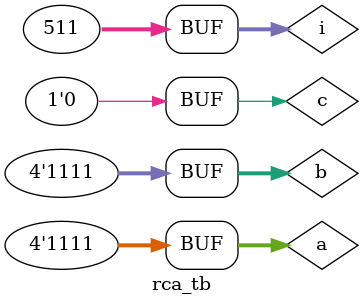
<source format=v>
module FA(A,B,C,S,Cout);
  input A,B,C;
  output reg S,Cout;
  always @(A or B or C)
  begin
    S=A^B^C;
	Cout=(A&B)|(B&C)|(A&C);
  end
endmodule


module rca(A,B,C,S,Co);
  input [3:0]A,B;
  input C;
  output [3:0]S;
  output Co;
  wire [2:0]W;
  FA fa1(A[0],B[0],C,S[0],W[0]);
  FA fa2(A[1],B[1],W[0],S[1],W[1]);
  FA fa3(A[2],B[2],W[1],S[2],W[2]);
  FA fa4(A[3],B[3],W[2],S[3],Co);
endmodule


//testbench

module rca_tb();
  reg [3:0]a,b;
  reg c;
  wire [3:0]s;
  wire co;
  integer i;
  rca dut(a,b,c,s,co);
  initial
  begin
    $dumpfile("rca_tb.vcd");
    $dumpvars(0);
    {a,b,c}=0;
    for(i=501;i<511;i=i+1)
	begin
	   {a,b,c}=i;
	   #10;
	end
  end
endmodule

</source>
